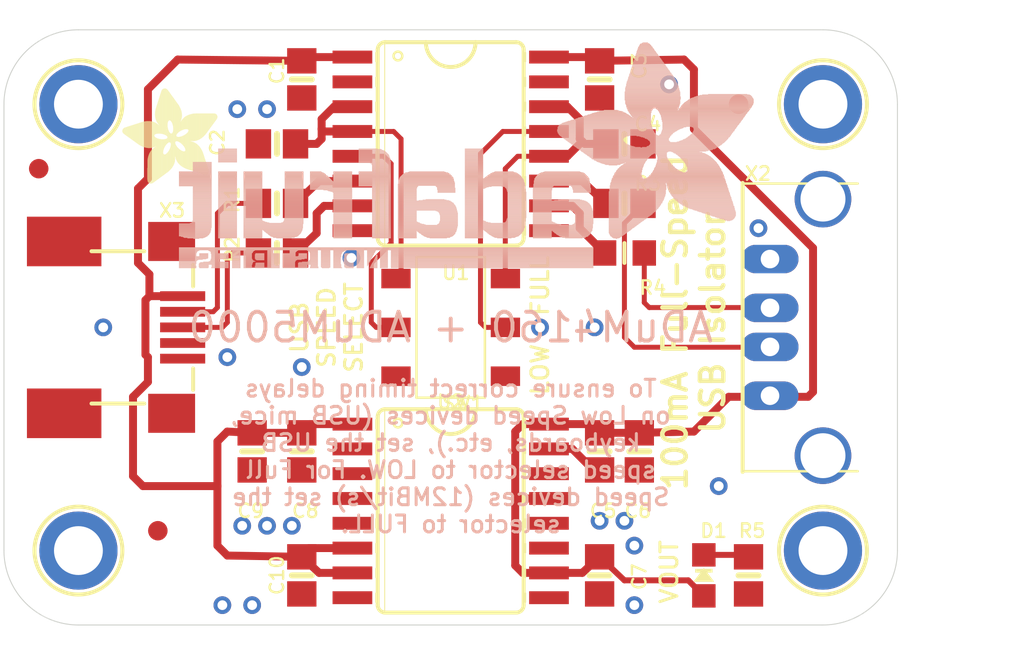
<source format=kicad_pcb>
(kicad_pcb (version 20211014) (generator pcbnew)
  (layers (0 "F.Cu" signal) (31 "B.Cu" signal) (34 "B.Paste" user) (35 "F.Paste" user) (36 "B.SilkS" user "B.Silkscreen") (37 "F.SilkS" user "F.Silkscreen") (38 "B.Mask" user) (39 "F.Mask" user) (44 "Edge.Cuts" user))
  (net 0 "")
  (net 1 "N$1")
  (net 2 "N$2")
  (net 3 "N$3")
  (net 4 "N$4")
  (net 5 "N$5")
  (net 6 "N$6")
  (net 7 "N$7")
  (net 8 "N$8")
  (net 9 "VDD1")
  (net 10 "GND")
  (net 11 "AGND")
  (net 12 "VDD2")
  (net 13 "VCC")
  (net 14 "AVCC")
  (net 15 "SPU")
  (net 16 "SPD")
  (net 17 "N$9")
  (footprint "boardEagle:ADAFRUIT_5MM" (layer "F.Cu") (at 136.5631 97.6376 90)
    (fp_text reference "U$14" hide)
    (fp_text value "" hide)
  )
  (footprint "boardEagle:MOUNTINGHOLE_2.5_PLATED_THICK" (layer "F.Cu") (at 129.4511 93.5736)
    (fp_text reference "U$9" hide)
    (fp_text value "MOUNTINGHOLE2.5_THICK" hide)
    (pad "P$1" thru_hole circle (at 0 0) (size 4 4) (drill 2.5) (layers *.Cu *.Mask))
  )
  (footprint "boardEagle:USB_HOST-PTH" (layer "F.Cu") (at 171.3611 105.0036 90)
    (fp_text reference "X2" (at 7.874 -7.874) (layer "F.SilkS") (effects (font (size 0.692831 0.692831) (thickness 0.119969)) (justify left)))
    (fp_text value "05241")
    (pad "D+" thru_hole oval (at 1 -6.52 180) (size 2.916 1.458) (drill 0.95) (layers *.Cu *.Mask) (net 6 "N$6"))
    (pad "D-" thru_hole oval (at -1 -6.52 180) (size 2.916 1.458) (drill 0.95) (layers *.Cu *.Mask) (net 7 "N$7"))
    (pad "GND" thru_hole oval (at 3.5 -6.52 180) (size 2.916 1.458) (drill 0.95) (layers *.Cu *.Mask) (net 11 "AGND"))
    (pad "S1" thru_hole circle (at -6.57 -3.81 90) (size 2.9 2.9) (drill 2.3) (layers *.Cu *.Mask))
    (pad "S2" thru_hole circle (at 6.57 -3.81 270) (size 2.9 2.9) (drill 2.3) (layers *.Cu *.Mask))
    (pad "VBUS" thru_hole oval (at -3.5 -6.52 180) (size 2.916 1.458) (drill 0.95) (layers *.Cu *.Mask) (net 14 "AVCC"))
  )
  (footprint "boardEagle:SOIC16WIDE" (layer "F.Cu") (at 148.5011 114.4016 -90)
    (fp_text reference "U2" (at -5.588 0.762) (layer "F.SilkS") (effects (font (size 0.692831 0.692831) (thickness 0.119969)) (justify left)))
    (fp_text value "ADuM5000")
    (pad "1" smd rect (at -4.445 5.0292 270) (size 0.6604 2.032) (layers "F.Cu" "F.Paste" "F.Mask") (net 13 "VCC"))
    (pad "2" smd rect (at -3.175 5.0292 270) (size 0.6604 2.032) (layers "F.Cu" "F.Paste" "F.Mask") (net 10 "GND"))
    (pad "3" smd rect (at -1.905 5.0292 270) (size 0.6604 2.032) (layers "F.Cu" "F.Paste" "F.Mask"))
    (pad "4" smd rect (at -0.635 5.0292 270) (size 0.6604 2.032) (layers "F.Cu" "F.Paste" "F.Mask"))
    (pad "5" smd rect (at 0.635 5.0292 270) (size 0.6604 2.032) (layers "F.Cu" "F.Paste" "F.Mask"))
    (pad "6" smd rect (at 1.905 5.0292 270) (size 0.6604 2.032) (layers "F.Cu" "F.Paste" "F.Mask") (net 13 "VCC"))
    (pad "7" smd rect (at 3.175 5.0292 270) (size 0.6604 2.032) (layers "F.Cu" "F.Paste" "F.Mask") (net 13 "VCC"))
    (pad "8" smd rect (at 4.445 5.0292 270) (size 0.6604 2.032) (layers "F.Cu" "F.Paste" "F.Mask") (net 10 "GND"))
    (pad "9" smd rect (at 4.445 -5.0292 270) (size 0.6604 2.032) (layers "F.Cu" "F.Paste" "F.Mask") (net 11 "AGND"))
    (pad "10" smd rect (at 3.175 -5.0292 270) (size 0.6604 2.032) (layers "F.Cu" "F.Paste" "F.Mask") (net 14 "AVCC"))
    (pad "11" smd rect (at 1.905 -5.0292 270) (size 0.6604 2.032) (layers "F.Cu" "F.Paste" "F.Mask"))
    (pad "12" smd rect (at 0.635 -5.0292 270) (size 0.6604 2.032) (layers "F.Cu" "F.Paste" "F.Mask"))
    (pad "13" smd rect (at -0.635 -5.0292 270) (size 0.6604 2.032) (layers "F.Cu" "F.Paste" "F.Mask") (net 14 "AVCC"))
    (pad "14" smd rect (at -1.905 -5.0292 270) (size 0.6604 2.032) (layers "F.Cu" "F.Paste" "F.Mask"))
    (pad "15" smd rect (at -3.175 -5.0292 270) (size 0.6604 2.032) (layers "F.Cu" "F.Paste" "F.Mask") (net 11 "AGND"))
    (pad "16" smd rect (at -4.445 -5.0292 270) (size 0.6604 2.032) (layers "F.Cu" "F.Paste" "F.Mask") (net 14 "AVCC"))
  )
  (footprint "boardEagle:FIDUCIAL_1MM" (layer "F.Cu") (at 127.4191 96.8756)
    (fp_text reference "FID3" hide)
    (fp_text value "FIDUCIAL\"\"" hide)
    (pad "1" smd roundrect (at 0 0) (size 1 1) (layers "F.Cu" "F.Mask") (roundrect_rratio 0.5))
  )
  (footprint "boardEagle:USB-MINIB_LARGER" (layer "F.Cu") (at 130.7211 105.0036 -90)
    (fp_text reference "X3" (at -5.985 -2.786) (layer "F.SilkS") (effects (font (size 0.692831 0.692831) (thickness 0.119969)) (justify left)))
    (fp_text value "06564")
    (pad "" np_thru_hole circle (at -2.2 -1 270) (size 1 1) (drill 1) (layers *.Cu *.Mask))
    (pad "" np_thru_hole circle (at 2.2 -1 270) (size 1 1) (drill 1) (layers *.Cu *.Mask))
    (pad "D+" smd rect (at 0 -4.064 90) (size 0.5 2.308) (layers "F.Cu" "F.Paste" "F.Mask") (net 1 "N$1"))
    (pad "D-" smd rect (at -0.8 -4.064 90) (size 0.5 2.308) (layers "F.Cu" "F.Paste" "F.Mask") (net 4 "N$4"))
    (pad "GND" smd rect (at 1.6 -4.064 90) (size 0.5 2.308) (layers "F.Cu" "F.Paste" "F.Mask") (net 10 "GND"))
    (pad "GND1" smd rect (at -4.4 2 270) (size 2.54 3.81) (layers "F.Cu" "F.Paste" "F.Mask") (net 10 "GND"))
    (pad "GND2" smd rect (at -4.4 -3.5 270) (size 2 2.4) (layers "F.Cu" "F.Paste" "F.Mask") (net 10 "GND"))
    (pad "GND3" smd rect (at 4.4 -3.5 270) (size 2 2.4) (layers "F.Cu" "F.Paste" "F.Mask") (net 10 "GND"))
    (pad "GND4" smd rect (at 4.4 2 270) (size 2.54 3.81) (layers "F.Cu" "F.Paste" "F.Mask") (net 10 "GND"))
    (pad "ID" smd rect (at 0.8 -4.064 90) (size 0.5 2.308) (layers "F.Cu" "F.Paste" "F.Mask"))
    (pad "VBUS" smd rect (at -1.6 -4.064 90) (size 0.5 2.308) (layers "F.Cu" "F.Paste" "F.Mask") (net 13 "VCC"))
  )
  (footprint "boardEagle:0805-NO" (layer "F.Cu") (at 140.8811 92.3036 -90)
    (fp_text reference "C1" (at 0.3175 1.27 90) (layer "F.SilkS") (effects (font (size 0.692831 0.692831) (thickness 0.119969)) (justify left)))
    (fp_text value "0.1uF")
    (pad "1" smd rect (at -0.95 0 270) (size 1.3 1.5) (layers "F.Cu" "F.Paste" "F.Mask") (net 13 "VCC"))
    (pad "2" smd rect (at 0.95 0 270) (size 1.3 1.5) (layers "F.Cu" "F.Paste" "F.Mask") (net 10 "GND"))
  )
  (footprint "boardEagle:0805-NO" (layer "F.Cu") (at 139.6111 98.6536)
    (fp_text reference "R1" (at -2.286 0.5715 90) (layer "F.SilkS") (effects (font (size 0.692831 0.692831) (thickness 0.119969)) (justify left)))
    (fp_text value "24")
    (pad "1" smd rect (at -0.95 0) (size 1.3 1.5) (layers "F.Cu" "F.Paste" "F.Mask") (net 4 "N$4"))
    (pad "2" smd rect (at 0.95 0) (size 1.3 1.5) (layers "F.Cu" "F.Paste" "F.Mask") (net 3 "N$3"))
  )
  (footprint "boardEagle:MOUNTINGHOLE_2.5_PLATED_THICK" (layer "F.Cu") (at 167.5511 116.4336)
    (fp_text reference "U$10" hide)
    (fp_text value "MOUNTINGHOLE2.5_THICK" hide)
    (pad "P$1" thru_hole circle (at 0 0) (size 4 4) (drill 2.5) (layers *.Cu *.Mask))
  )
  (footprint "boardEagle:0805-NO" (layer "F.Cu") (at 156.1211 117.7036 90)
    (fp_text reference "C7" (at -0.8255 2.032 90) (layer "F.SilkS") (effects (font (size 0.692831 0.692831) (thickness 0.119969)) (justify left)))
    (fp_text value "0.1uF")
    (pad "1" smd rect (at -0.95 0 90) (size 1.3 1.5) (layers "F.Cu" "F.Paste" "F.Mask") (net 11 "AGND"))
    (pad "2" smd rect (at 0.95 0 90) (size 1.3 1.5) (layers "F.Cu" "F.Paste" "F.Mask") (net 14 "AVCC"))
  )
  (footprint "boardEagle:CHIPLED_0805_NOOUTLINE" (layer "F.Cu") (at 161.4551 117.7036)
    (fp_text reference "D1" (at -0.254 -2.286) (layer "F.SilkS") (effects (font (size 0.692831 0.692831) (thickness 0.119969)) (justify left)))
    (fp_text value "GREEN")
    (pad "A" smd rect (at 0 1.05) (size 1.2 1.2) (layers "F.Cu" "F.Paste" "F.Mask") (net 14 "AVCC"))
    (pad "C" smd rect (at 0 -1.05) (size 1.2 1.2) (layers "F.Cu" "F.Paste" "F.Mask") (net 17 "N$9"))
  )
  (footprint "boardEagle:0805-NO" (layer "F.Cu") (at 156.1211 111.3536 -90)
    (fp_text reference "C5" (at 3.048 0.5715) (layer "F.SilkS") (effects (font (size 0.692831 0.692831) (thickness 0.119969)) (justify left)))
    (fp_text value "0.1uF")
    (pad "1" smd rect (at -0.95 0 270) (size 1.3 1.5) (layers "F.Cu" "F.Paste" "F.Mask") (net 14 "AVCC"))
    (pad "2" smd rect (at 0.95 0 270) (size 1.3 1.5) (layers "F.Cu" "F.Paste" "F.Mask") (net 11 "AGND"))
  )
  (footprint "boardEagle:0805-NO" (layer "F.Cu") (at 157.3911 95.6056 180)
    (fp_text reference "C4" (at -0.4445 1.016) (layer "F.SilkS") (effects (font (size 0.692831 0.692831) (thickness 0.119969)) (justify left)))
    (fp_text value "0.1uF")
    (pad "1" smd rect (at -0.95 0 180) (size 1.3 1.5) (layers "F.Cu" "F.Paste" "F.Mask") (net 11 "AGND"))
    (pad "2" smd rect (at 0.95 0 180) (size 1.3 1.5) (layers "F.Cu" "F.Paste" "F.Mask") (net 12 "VDD2"))
  )
  (footprint "boardEagle:FIDUCIAL_1MM" (layer "F.Cu") (at 163.2331 93.5736)
    (fp_text reference "FID2" hide)
    (fp_text value "FIDUCIAL\"\"" hide)
    (pad "1" smd roundrect (at 0 0) (size 1 1) (layers "F.Cu" "F.Mask") (roundrect_rratio 0.5))
  )
  (footprint "boardEagle:EG1390" (layer "F.Cu") (at 148.5011 105.0036 90)
    (fp_text reference "SW1" (at -3.886 1.764) (layer "F.SilkS") (effects (font (size 0.692831 0.692831) (thickness 0.119969)) (justify right)))
    (fp_text value "")
    (pad "" np_thru_hole circle (at 1.5 0 90) (size 1 1) (drill 1) (layers *.Cu *.Mask))
    (pad "" np_thru_hole circle (at -1.5 0 90) (size 1 1) (drill 1) (layers *.Cu *.Mask))
    (pad "O1" smd rect (at -2.5 -2.8 90) (size 1 1.5) (layers "F.Cu" "F.Paste" "F.Mask") (net 10 "GND"))
    (pad "O2" smd rect (at -2.5 2.8 90) (size 1 1.5) (layers "F.Cu" "F.Paste" "F.Mask") (net 11 "AGND"))
    (pad "P1" smd rect (at 0 -2.8 90) (size 1 1.5) (layers "F.Cu" "F.Paste" "F.Mask") (net 15 "SPU"))
    (pad "P2" smd rect (at 0 2.8 90) (size 1 1.5) (layers "F.Cu" "F.Paste" "F.Mask") (net 16 "SPD"))
    (pad "S1" smd rect (at 2.5 -2.8 90) (size 1 1.5) (layers "F.Cu" "F.Paste" "F.Mask") (net 9 "VDD1"))
    (pad "S2" smd rect (at 2.5 2.8 90) (size 1 1.5) (layers "F.Cu" "F.Paste" "F.Mask") (net 12 "VDD2"))
  )
  (footprint "boardEagle:SOIC16WIDE" (layer "F.Cu") (at 148.5011 95.6056 -90)
    (fp_text reference "U1" (at 6.604 0.508) (layer "F.SilkS") (effects (font (size 0.692831 0.692831) (thickness 0.119969)) (justify left)))
    (fp_text value "ADuM4160")
    (pad "1" smd rect (at -4.445 5.0292 270) (size 0.6604 2.032) (layers "F.Cu" "F.Paste" "F.Mask") (net 13 "VCC"))
    (pad "2" smd rect (at -3.175 5.0292 270) (size 0.6604 2.032) (layers "F.Cu" "F.Paste" "F.Mask") (net 10 "GND"))
    (pad "3" smd rect (at -1.905 5.0292 270) (size 0.6604 2.032) (layers "F.Cu" "F.Paste" "F.Mask") (net 9 "VDD1"))
    (pad "4" smd rect (at -0.635 5.0292 270) (size 0.6604 2.032) (layers "F.Cu" "F.Paste" "F.Mask") (net 9 "VDD1"))
    (pad "5" smd rect (at 0.635 5.0292 270) (size 0.6604 2.032) (layers "F.Cu" "F.Paste" "F.Mask") (net 15 "SPU"))
    (pad "6" smd rect (at 1.905 5.0292 270) (size 0.6604 2.032) (layers "F.Cu" "F.Paste" "F.Mask") (net 3 "N$3"))
    (pad "7" smd rect (at 3.175 5.0292 270) (size 0.6604 2.032) (layers "F.Cu" "F.Paste" "F.Mask") (net 2 "N$2"))
    (pad "8" smd rect (at 4.445 5.0292 270) (size 0.6604 2.032) (layers "F.Cu" "F.Paste" "F.Mask") (net 10 "GND"))
    (pad "9" smd rect (at 4.445 -5.0292 270) (size 0.6604 2.032) (layers "F.Cu" "F.Paste" "F.Mask") (net 11 "AGND"))
    (pad "10" smd rect (at 3.175 -5.0292 270) (size 0.6604 2.032) (layers "F.Cu" "F.Paste" "F.Mask") (net 5 "N$5"))
    (pad "11" smd rect (at 1.905 -5.0292 270) (size 0.6604 2.032) (layers "F.Cu" "F.Paste" "F.Mask") (net 8 "N$8"))
    (pad "12" smd rect (at 0.635 -5.0292 270) (size 0.6604 2.032) (layers "F.Cu" "F.Paste" "F.Mask") (net 12 "VDD2"))
    (pad "13" smd rect (at -0.635 -5.0292 270) (size 0.6604 2.032) (layers "F.Cu" "F.Paste" "F.Mask") (net 16 "SPD"))
    (pad "14" smd rect (at -1.905 -5.0292 270) (size 0.6604 2.032) (layers "F.Cu" "F.Paste" "F.Mask") (net 12 "VDD2"))
    (pad "15" smd rect (at -3.175 -5.0292 270) (size 0.6604 2.032) (layers "F.Cu" "F.Paste" "F.Mask") (net 11 "AGND"))
    (pad "16" smd rect (at -4.445 -5.0292 270) (size 0.6604 2.032) (layers "F.Cu" "F.Paste" "F.Mask") (net 14 "AVCC"))
  )
  (footprint "boardEagle:MOUNTINGHOLE_2.5_PLATED_THICK" (layer "F.Cu") (at 129.4511 116.4336)
    (fp_text reference "U$8" hide)
    (fp_text value "MOUNTINGHOLE2.5_THICK" hide)
    (pad "P$1" thru_hole circle (at 0 0) (size 4 4) (drill 2.5) (layers *.Cu *.Mask))
  )
  (footprint "boardEagle:0805-NO" (layer "F.Cu") (at 138.3411 111.3536 -90)
    (fp_text reference "C9" (at 3.048 0.8255) (layer "F.SilkS") (effects (font (size 0.692831 0.692831) (thickness 0.119969)) (justify left)))
    (fp_text value "10uF")
    (pad "1" smd rect (at -0.95 0 270) (size 1.3 1.5) (layers "F.Cu" "F.Paste" "F.Mask") (net 13 "VCC"))
    (pad "2" smd rect (at 0.95 0 270) (size 1.3 1.5) (layers "F.Cu" "F.Paste" "F.Mask") (net 10 "GND"))
  )
  (footprint "boardEagle:0805-NO" (layer "F.Cu") (at 156.1211 92.3036 90)
    (fp_text reference "C3" (at -0.0635 2.032 90) (layer "F.SilkS") (effects (font (size 0.692831 0.692831) (thickness 0.119969)) (justify left)))
    (fp_text value "0.1uF")
    (pad "1" smd rect (at -0.95 0 90) (size 1.3 1.5) (layers "F.Cu" "F.Paste" "F.Mask") (net 11 "AGND"))
    (pad "2" smd rect (at 0.95 0 90) (size 1.3 1.5) (layers "F.Cu" "F.Paste" "F.Mask") (net 14 "AVCC"))
  )
  (footprint "boardEagle:0805-NO" (layer "F.Cu") (at 157.3911 98.6536)
    (fp_text reference "R3" (at 0.4445 -1.016) (layer "F.SilkS") (effects (font (size 0.692831 0.692831) (thickness 0.119969)) (justify left)))
    (fp_text value "24")
    (pad "1" smd rect (at -0.95 0) (size 1.3 1.5) (layers "F.Cu" "F.Paste" "F.Mask") (net 8 "N$8"))
    (pad "2" smd rect (at 0.95 0) (size 1.3 1.5) (layers "F.Cu" "F.Paste" "F.Mask") (net 7 "N$7"))
  )
  (footprint "boardEagle:_0805MP" (layer "F.Cu") (at 157.3911 101.1936)
    (fp_text reference "R4" (at 0.6985 1.778) (layer "F.SilkS") (effects (font (size 0.692831 0.692831) (thickness 0.119969)) (justify left)))
    (fp_text value "24")
    (pad "1" smd rect (at -1.016 0) (size 1.2 1.3) (layers "F.Cu" "F.Paste" "F.Mask") (net 5 "N$5"))
    (pad "2" smd rect (at 1.016 0) (size 1.2 1.3) (layers "F.Cu" "F.Paste" "F.Mask") (net 6 "N$6"))
  )
  (footprint "boardEagle:0805-NO" (layer "F.Cu") (at 140.8811 111.3536 -90)
    (fp_text reference "C8" (at 3.048 0.5715) (layer "F.SilkS") (effects (font (size 0.692831 0.692831) (thickness 0.119969)) (justify left)))
    (fp_text value "0.1uF")
    (pad "1" smd rect (at -0.95 0 270) (size 1.3 1.5) (layers "F.Cu" "F.Paste" "F.Mask") (net 13 "VCC"))
    (pad "2" smd rect (at 0.95 0 270) (size 1.3 1.5) (layers "F.Cu" "F.Paste" "F.Mask") (net 10 "GND"))
  )
  (footprint "boardEagle:FIDUCIAL_1MM" (layer "F.Cu") (at 133.5151 115.4176)
    (fp_text reference "FID1" hide)
    (fp_text value "FIDUCIAL\"\"" hide)
    (pad "1" smd roundrect (at 0 0) (size 1 1) (layers "F.Cu" "F.Mask") (roundrect_rratio 0.5))
  )
  (footprint "boardEagle:MOUNTINGHOLE_2.5_PLATED_THICK" (layer "F.Cu") (at 167.5511 93.5736)
    (fp_text reference "U$7" hide)
    (fp_text value "MOUNTINGHOLE2.5_THICK" hide)
    (pad "P$1" thru_hole circle (at 0 0) (size 4 4) (drill 2.5) (layers *.Cu *.Mask))
  )
  (footprint "boardEagle:0805-NO" (layer "F.Cu") (at 139.6111 95.6056 180)
    (fp_text reference "C2" (at 3.048 0.8255 90) (layer "F.SilkS") (effects (font (size 0.692831 0.692831) (thickness 0.119969)) (justify right)))
    (fp_text value "0.1uF")
    (pad "1" smd rect (at -0.95 0 180) (size 1.3 1.5) (layers "F.Cu" "F.Paste" "F.Mask") (net 9 "VDD1"))
    (pad "2" smd rect (at 0.95 0 180) (size 1.3 1.5) (layers "F.Cu" "F.Paste" "F.Mask") (net 10 "GND"))
  )
  (footprint "boardEagle:0805-NO" (layer "F.Cu") (at 163.7411 117.7036 -90)
    (fp_text reference "R5" (at -2.286 0.5715) (layer "F.SilkS") (effects (font (size 0.692831 0.692831) (thickness 0.119969)) (justify left)))
    (fp_text value "1K")
    (pad "1" smd rect (at -0.95 0 270) (size 1.3 1.5) (layers "F.Cu" "F.Paste" "F.Mask") (net 17 "N$9"))
    (pad "2" smd rect (at 0.95 0 270) (size 1.3 1.5) (layers "F.Cu" "F.Paste" "F.Mask") (net 11 "AGND"))
  )
  (footprint "boardEagle:0805-NO" (layer "F.Cu") (at 158.1531 111.3536 -90)
    (fp_text reference "C6" (at 3.048 0.8255) (layer "F.SilkS") (effects (font (size 0.692831 0.692831) (thickness 0.119969)) (justify left)))
    (fp_text value "10uF")
    (pad "1" smd rect (at -0.95 0 270) (size 1.3 1.5) (layers "F.Cu" "F.Paste" "F.Mask") (net 14 "AVCC"))
    (pad "2" smd rect (at 0.95 0 270) (size 1.3 1.5) (layers "F.Cu" "F.Paste" "F.Mask") (net 11 "AGND"))
  )
  (footprint "boardEagle:0805-NO" (layer "F.Cu") (at 139.6111 101.1936)
    (fp_text reference "R2" (at -2.286 0.5715 90) (layer "F.SilkS") (effects (font (size 0.692831 0.692831) (thickness 0.119969)) (justify left)))
    (fp_text value "24")
    (pad "1" smd rect (at -0.95 0) (size 1.3 1.5) (layers "F.Cu" "F.Paste" "F.Mask") (net 1 "N$1"))
    (pad "2" smd rect (at 0.95 0) (size 1.3 1.5) (layers "F.Cu" "F.Paste" "F.Mask") (net 2 "N$2"))
  )
  (footprint "boardEagle:0805-NO" (layer "F.Cu") (at 140.8811 117.7036 90)
    (fp_text reference "C10" (at -1.0795 -1.27 90) (layer "F.SilkS") (effects (font (size 0.692831 0.692831) (thickness 0.119969)) (justify left)))
    (fp_text value "0.1uF")
    (pad "1" smd rect (at -0.95 0 90) (size 1.3 1.5) (layers "F.Cu" "F.Paste" "F.Mask") (net 10 "GND"))
    (pad "2" smd rect (at 0.95 0 90) (size 1.3 1.5) (layers "F.Cu" "F.Paste" "F.Mask") (net 13 "VCC"))
  )
  (footprint "boardEagle:ADAFRUIT_TEXT_30MM" (layer "B.Cu") (at 164.2491 101.9556 180)
    (fp_text reference "U$16" hide)
    (fp_text value "" hide)
  )
  (gr_arc (start 167.5511 89.7636) (mid 170.245177 90.879523) (end 171.3611 93.5736) (layer "Edge.Cuts") (width 0.05))
  (gr_line (start 171.3611 116.4336) (end 171.3611 93.5736) (layer "Edge.Cuts") (width 0.05))
  (gr_arc (start 129.4511 120.2436) (mid 126.757023 119.127677) (end 125.6411 116.4336) (layer "Edge.Cuts") (width 0.05))
  (gr_arc (start 171.3611 116.4336) (mid 170.245177 119.127677) (end 167.5511 120.2436) (layer "Edge.Cuts") (width 0.05))
  (gr_line (start 129.4511 120.2436) (end 167.5511 120.2436) (layer "Edge.Cuts") (width 0.05))
  (gr_line (start 167.5511 89.7636) (end 129.4511 89.7636) (layer "Edge.Cuts") (width 0.05))
  (gr_line (start 125.6411 93.5736) (end 125.6411 116.4336) (layer "Edge.Cuts") (width 0.05))
  (gr_arc (start 125.6411 93.5736) (mid 126.757023 90.879523) (end 129.4511 89.7636) (layer "Edge.Cuts") (width 0.05))
  (gr_text "To ensure correct timing delays\non Low Speed devices (USB mice,\nkeyboards, etc.), set the USB\nspeed selector to LOW. For Full\nSpeed devices (12MBit/s) set the\nselector to FULL." (at 148.5011 111.6076) (layer "B.SilkS") (effects (font (size 0.8636 0.8636) (thickness 0.1524)) (justify mirror)))
  (gr_text "ADuM4160 + ADuM5000" (at 148.5011 105.0036) (layer "B.SilkS") (effects (font (size 1.475232 1.475232) (thickness 0.201168)) (justify mirror)))
  (gr_text "FULL" (at 153.5811 104.4956 90) (layer "F.SilkS") (effects (font (size 0.8636 0.8636) (thickness 0.1524)) (justify left bottom)))
  (gr_text "USB\nSPEED\nSELECT" (at 142.1511 105.0036 90) (layer "F.SilkS") (effects (font (size 0.8636 0.8636) (thickness 0.1524))))
  (gr_text "100mA Full-Speed\nUSB Isolator" (at 160.9471 104.7496 90) (layer "F.SilkS") (effects (font (size 1.194816 1.194816) (thickness 0.227584))))
  (gr_text "LOW" (at 153.5811 108.5596 90) (layer "F.SilkS") (effects (font (size 0.8636 0.8636) (thickness 0.1524)) (justify left bottom)))
  (gr_text "VOUT" (at 160.1851 119.2276 90) (layer "F.SilkS") (effects (font (size 0.8636 0.8636) (thickness 0.1524)) (justify left bottom)))
  (segment (start 137.3251 101.1936) (end 138.6611 101.1936) (width 0.254) (layer "F.Cu") (net 1))
  (segment (start 136.8171 105.0036) (end 137.0711 104.7496) (width 0.254) (layer "F.Cu") (net 1))
  (segment (start 137.0711 101.4476) (end 137.3251 101.1936) (width 0.254) (layer "F.Cu") (net 1))
  (segment (start 134.7851 105.0036) (end 136.8171 105.0036) (width 0.254) (layer "F.Cu") (net 1))
  (segment (start 137.0711 104.7496) (end 137.0711 101.4476) (width 0.254) (layer "F.Cu") (net 1))
  (segment (start 142.0241 98.7806) (end 141.6431 99.1616) (width 0.4064) (layer "F.Cu") (net 2))
  (segment (start 143.4719 98.7806) (end 142.0241 98.7806) (width 0.4064) (layer "F.Cu") (net 2))
  (segment (start 141.6431 99.1616) (end 141.6431 100.1776) (width 0.4064) (layer "F.Cu") (net 2))
  (segment (start 141.6431 100.1776) (end 140.5611 101.1936) (width 0.4064) (layer "F.Cu") (net 2))
  (segment (start 141.7701 97.5106) (end 140.5611 98.6536) (width 0.4064) (layer "F.Cu") (net 3))
  (segment (start 143.4719 97.5106) (end 141.7701 97.5106) (width 0.4064) (layer "F.Cu") (net 3))
  (segment (start 134.7851 104.2036) (end 136.3471 104.2036) (width 0.254) (layer "F.Cu") (net 4))
  (segment (start 136.5631 99.1616) (end 137.0711 98.6536) (width 0.254) (layer "F.Cu") (net 4))
  (segment (start 136.3471 104.2036) (end 136.5631 103.9876) (width 0.254) (layer "F.Cu") (net 4))
  (segment (start 137.0711 98.6536) (end 138.6611 98.6536) (width 0.254) (layer "F.Cu") (net 4))
  (segment (start 136.5631 103.9876) (end 136.5631 99.1616) (width 0.254) (layer "F.Cu") (net 4))
  (segment (start 153.5303 98.7806) (end 154.7241 98.7806) (width 0.4064) (layer "F.Cu") (net 5))
  (segment (start 155.1051 99.9236) (end 156.3751 101.1936) (width 0.4064) (layer "F.Cu") (net 5))
  (segment (start 155.1051 99.1616) (end 155.1051 99.9236) (width 0.4064) (layer "F.Cu") (net 5))
  (segment (start 154.7241 98.7806) (end 155.1051 99.1616) (width 0.4064) (layer "F.Cu") (net 5))
  (segment (start 158.6611 103.9876) (end 164.8251 103.9876) (width 0.254) (layer "F.Cu") (net 6))
  (segment (start 158.4071 103.7336) (end 158.6611 103.9876) (width 0.254) (layer "F.Cu") (net 6))
  (segment (start 158.4071 101.1936) (end 158.4071 103.7336) (width 0.254) (layer "F.Cu") (net 6))
  (segment (start 164.8251 103.9876) (end 164.8411 104.0036) (width 0.254) (layer "F.Cu") (net 6))
  (segment (start 164.8251 106.0196) (end 164.8411 106.0036) (width 0.254) (layer "F.Cu") (net 7))
  (segment (start 157.3911 99.6696) (end 157.3911 105.5116) (width 0.254) (layer "F.Cu") (net 7))
  (segment (start 157.3911 105.5116) (end 157.8991 106.0196) (width 0.254) (layer "F.Cu") (net 7))
  (segment (start 157.6451 99.4156) (end 157.3911 99.6696) (width 0.254) (layer "F.Cu") (net 7))
  (segment (start 158.3411 98.6536) (end 157.6451 99.4156) (width 0.254) (layer "F.Cu") (net 7))
  (segment (start 157.8991 106.0196) (end 164.8251 106.0196) (width 0.254) (layer "F.Cu") (net 7))
  (segment (start 155.2321 97.5106) (end 156.4411 98.6536) (width 0.4064) (layer "F.Cu") (net 8))
  (segment (start 153.5303 97.5106) (end 155.2321 97.5106) (width 0.4064) (layer "F.Cu") (net 8))
  (segment (start 142.0241 94.9706) (end 141.8971 94.8436) (width 0.4064) (layer "F.Cu") (net 9))
  (segment (start 141.8971 94.3356) (end 141.8971 94.8436) (width 0.4064) (layer "F.Cu") (net 9))
  (segment (start 141.8971 94.8436) (end 141.8971 95.3516) (width 0.4064) (layer "F.Cu") (net 9))
  (segment (start 145.9611 102.2436) (end 145.7011 102.5036) (width 0.254) (layer "F.Cu") (net 9))
  (segment (start 143.4719 94.9706) (end 145.5801 94.9706) (width 0.254) (layer "F.Cu") (net 9))
  (segment (start 141.8971 95.3516) (end 141.6431 95.6056) (width 0.4064) (layer "F.Cu") (net 9))
  (segment (start 143.4719 93.7006) (end 142.5321 93.7006) (width 0.4064) (layer "F.Cu") (net 9))
  (segment (start 145.5801 94.9706) (end 145.9611 95.3516) (width 0.254) (layer "F.Cu") (net 9))
  (segment (start 145.9611 95.3516) (end 145.9611 102.2436) (width 0.254) (layer "F.Cu") (net 9))
  (segment (start 141.6431 95.6056) (end 140.5611 95.6056) (width 0.4064) (layer "F.Cu") (net 9))
  (segment (start 143.4719 94.9706) (end 142.0241 94.9706) (width 0.4064) (layer "F.Cu") (net 9))
  (segment (start 142.5321 93.7006) (end 141.8971 94.3356) (width 0.4064) (layer "F.Cu") (net 9))
  (segment (start 143.4719 100.0506) (end 142.7861 100.0506) (width 0.4064) (layer "F.Cu") (net 10))
  (via (at 137.0711 106.5276) (size 0.9064) (drill 0.5) (layers "F.Cu" "B.Cu") (net 10))
  (via (at 137.5791 93.8276) (size 0.9064) (drill 0.5) (layers "F.Cu" "B.Cu") (net 10))
  (via (at 143.4211 101.4476) (size 0.9064) (drill 0.5) (layers "F.Cu" "B.Cu") (net 10))
  (via (at 136.8171 119.2276) (size 0.9064) (drill 0.5) (layers "F.Cu" "B.Cu") (net 10))
  (via (at 139.1031 93.8276) (size 0.9064) (drill 0.5) (layers "F.Cu" "B.Cu") (net 10))
  (via (at 140.8811 107.0356) (size 0.9064) (drill 0.5) (layers "F.Cu" "B.Cu") (net 10))
  (via (at 138.3411 119.2276) (size 0.9064) (drill 0.5) (layers "F.Cu" "B.Cu") (net 10))
  (via (at 130.7211 105.0036) (size 0.9064) (drill 0.5) (layers "F.Cu" "B.Cu") (net 10))
  (via (at 140.3731 115.1636) (size 0.9064) (drill 0.5) (layers "F.Cu" "B.Cu") (net 10))
  (via (at 137.8331 115.1636) (size 0.9064) (drill 0.5) (layers "F.Cu" "B.Cu") (net 10))
  (via (at 139.1031 115.1636) (size 0.9064) (drill 0.5) (layers "F.Cu" "B.Cu") (net 10))
  (segment (start 153.5303 111.2266) (end 154.7241 111.2266) (width 0.4064) (layer "F.Cu") (net 11))
  (segment (start 155.8011 112.3036) (end 156.1211 112.3036) (width 0.4064) (layer "F.Cu") (net 11))
  (segment (start 154.7241 111.2266) (end 155.8011 112.3036) (width 0.4064) (layer "F.Cu") (net 11))
  (via (at 156.1211 114.9096) (size 0.9064) (drill 0.5) (layers "F.Cu" "B.Cu") (net 11))
  (via (at 153.0731 105.0036) (size 0.9064) (drill 0.5) (layers "F.Cu" "B.Cu") (net 11))
  (via (at 162.2171 113.1316) (size 0.9064) (drill 0.5) (layers "F.Cu" "B.Cu") (net 11))
  (via (at 157.3911 114.9096) (size 0.9064) (drill 0.5) (layers "F.Cu" "B.Cu") (net 11))
  (via (at 157.8991 119.2276) (size 0.9064) (drill 0.5) (layers "F.Cu" "B.Cu") (net 11))
  (via (at 159.6771 92.5576) (size 0.9064) (drill 0.5) (layers "F.Cu" "B.Cu") (net 11))
  (via (at 157.8991 116.1796) (size 0.9064) (drill 0.5) (layers "F.Cu" "B.Cu") (net 11))
  (via (at 164.2491 99.9236) (size 0.9064) (drill 0.5) (layers "F.Cu" "B.Cu") (net 11))
  (via (at 155.8671 105.0036) (size 0.9064) (drill 0.5) (layers "F.Cu" "B.Cu") (net 11))
  (segment (start 151.2951 96.8756) (end 151.2951 102.4976) (width 0.254) (layer "F.Cu") (net 12))
  (segment (start 155.2321 95.4786) (end 155.3591 95.6056) (width 0.4064) (layer "F.Cu") (net 12))
  (segment (start 151.9301 96.2406) (end 151.2951 96.8756) (width 0.254) (layer "F.Cu") (net 12))
  (segment (start 155.3591 95.6056) (end 156.4411 95.6056) (width 0.4064) (layer "F.Cu") (net 12))
  (segment (start 151.2951 102.4976) (end 151.3011 102.5036) (width 0.254) (layer "F.Cu") (net 12))
  (segment (start 155.1051 95.3516) (end 155.2321 95.4786) (width 0.4064) (layer "F.Cu") (net 12))
  (segment (start 153.5303 93.7006) (end 154.4701 93.7006) (width 0.4064) (layer "F.Cu") (net 12))
  (segment (start 155.1051 94.3356) (end 155.1051 95.3516) (width 0.4064) (layer "F.Cu") (net 12))
  (segment (start 155.9941 95.4786) (end 156.4411 95.6056) (width 0.254) (layer "F.Cu") (net 12))
  (segment (start 153.5303 96.2406) (end 154.4701 96.2406) (width 0.4064) (layer "F.Cu") (net 12))
  (segment (start 153.5303 96.2406) (end 151.9301 96.2406) (width 0.254) (layer "F.Cu") (net 12))
  (segment (start 154.4701 93.7006) (end 155.1051 94.3356) (width 0.4064) (layer "F.Cu") (net 12))
  (segment (start 154.4701 96.2406) (end 155.2321 95.4786) (width 0.4064) (layer "F.Cu") (net 12))
  (segment (start 137.0711 110.3376) (end 138.3411 110.4036) (width 0.4064) (layer "F.Cu") (net 13))
  (segment (start 133.0071 97.3836) (end 132.4991 97.8916) (width 0.4064) (layer "F.Cu") (net 13))
  (segment (start 143.4719 116.3066) (end 141.2621 116.3066) (width 0.4064) (layer "F.Cu") (net 13))
  (segment (start 140.8811 91.3536) (end 134.5311 91.2876) (width 0.4064) (layer "F.Cu") (net 13))
  (segment (start 136.5631 116.1796) (end 136.5631 113.1316) (width 0.4064) (layer "F.Cu") (net 13))
  (segment (start 133.0831 103.4036) (end 132.8801 103.6066) (width 0.4064) (layer "F.Cu") (net 13))
  (segment (start 141.2621 109.9566) (end 140.8811 110.4036) (width 0.4064) (layer "F.Cu") (net 13))
  (segment (start 141.7701 117.5766) (end 140.8811 116.7536) (width 0.4064) (layer "F.Cu") (net 13))
  (segment (start 134.5311 91.2876) (end 133.0071 92.8116) (width 0.4064) (layer "F.Cu") (net 13))
  (segment (start 136.5631 110.8456) (end 137.0711 110.3376) (width 0.4064) (layer "F.Cu") (net 13))
  (segment (start 132.7531 113.1316) (end 132.2451 112.6236) (width 0.4064) (layer "F.Cu") (net 13))
  (segment (start 132.8801 106.4006) (end 132.8801 103.6066) (width 0.4064) (layer "F.Cu") (net 13))
  (segment (start 133.0831 102.2856) (end 133.0831 103.4036) (width 0.4064) (layer "F.Cu") (net 13))
  (segment (start 133.0071 107.7976) (end 133.0071 106.5276) (width 0.4064) (layer "F.Cu") (net 13))
  (segment (start 143.4719 117.5766) (end 141.7701 117.5766) (width 0.4064) (layer "F.Cu") (net 13))
  (segment (start 134.7851 103.4036) (end 133.0831 103.4036) (width 0.4064) (layer "F.Cu") (net 13))
  (segment (start 133.0071 92.8116) (end 133.0071 97.3836) (width 0.4064) (layer "F.Cu") (net 13))
  (segment (start 141.0081 91.1606) (end 140.8811 91.3536) (width 0.4064) (layer "F.Cu") (net 13))
  (segment (start 132.4991 97.8916) (end 132.4991 101.7016) (width 0.4064) (layer "F.Cu") (net 13))
  (segment (start 133.0071 106.5276) (end 132.8801 106.4006) (width 0.4064) (layer "F.Cu") (net 13))
  (segment (start 141.2621 116.3066) (end 140.8811 116.7536) (width 0.4064) (layer "F.Cu") (net 13))
  (segment (start 132.2451 112.6236) (end 132.2451 108.5596) (width 0.4064) (layer "F.Cu") (net 13))
  (segment (start 137.0711 116.6876) (end 136.5631 116.1796) (width 0.4064) (layer "F.Cu") (net 13))
  (segment (start 143.4719 109.9566) (end 141.2621 109.9566) (width 0.4064) (layer "F.Cu") (net 13))
  (segment (start 132.7531 113.1316) (end 136.5631 113.1316) (width 0.4064) (layer "F.Cu") (net 13))
  (segment (start 140.8811 116.7536) (end 137.0711 116.6876) (width 0.4064) (layer "F.Cu") (net 13))
  (segment (start 143.4719 91.1606) (end 141.0081 91.1606) (width 0.4064) (layer "F.Cu") (net 13))
  (segment (start 132.2451 108.5596) (end 133.0071 107.7976) (width 0.4064) (layer "F.Cu") (net 13))
  (segment (start 138.3411 110.4036) (end 140.8811 110.4036) (width 0.4064) (layer "F.Cu") (net 13))
  (segment (start 136.5631 113.1316) (end 136.5631 110.8456) (width 0.4064) (layer "F.Cu") (net 13))
  (segment (start 132.4991 101.7016) (end 133.0831 102.2856) (width 0.4064) (layer "F.Cu") (net 13))
  (segment (start 151.8031 110.3376) (end 152.1841 109.9566) (width 0.4064) (layer "F.Cu") (net 14))
  (segment (start 156.1211 116.7536) (end 157.3911 117.9576) (width 0.3048) (layer "F.Cu") (net 14))
  (segment (start 151.8031 117.1956) (end 151.8031 113.6396) (width 0.4064) (layer "F.Cu") (net 14))
  (segment (start 153.5303 117.5766) (end 152.1841 117.5766) (width 0.4064) (layer "F.Cu") (net 14))
  (segment (start 151.9301 113.7666) (end 151.8031 113.6396) (width 0.4064) (layer "F.Cu") (net 14))
  (segment (start 156.1211 91.3536) (end 160.4391 91.2876) (width 0.4064) (layer "F.Cu") (net 14))
  (segment (start 160.6591 117.9576) (end 161.4551 118.7536) (width 0.3048) (layer "F.Cu") (net 14))
  (segment (start 153.5303 109.9566) (end 152.1841 109.9566) (width 0.4064) (layer "F.Cu") (net 14))
  (segment (start 155.2321 117.5766) (end 156.1211 116.7536) (width 0.4064) (layer "F.Cu") (net 14))
  (segment (start 155.7401 109.9566) (end 156.1211 110.4036) (width 0.4064) (layer "F.Cu") (net 14))
  (segment (start 158.1531 110.4036) (end 160.9471 110.3376) (width 0.4064) (layer "F.Cu") (net 14))
  (segment (start 153.5303 109.9566) (end 155.7401 109.9566) (width 0.4064) (layer "F.Cu") (net 14))
  (segment (start 157.3911 117.9576) (end 160.6591 117.9576) (width 0.3048) (layer "F.Cu") (net 14))
  (segment (start 164.8971 108.5596) (end 164.8411 108.5036) (width 0.4064) (layer "F.Cu") (net 14))
  (segment (start 160.4391 91.2876) (end 160.9471 91.7956) (width 0.4064) (layer "F.Cu") (net 14))
  (segment (start 162.7251 108.5596) (end 164.7851 108.5596) (width 0.4064) (layer "F.Cu") (net 14))
  (segment (start 160.9471 94.8436) (end 167.0431 100.9396) (width 0.4064) (layer "F.Cu") (net 14))
  (segment (start 160.9471 110.3376) (end 162.7251 108.5596) (width 0.4064) (layer "F.Cu") (net 14))
  (segment (start 151.8031 113.6396) (end 151.8031 110.3376) (width 0.4064) (layer "F.Cu") (net 14))
  (segment (start 164.7851 108.5596) (end 164.8411 108.5036) (width 0.4064) (layer "F.Cu") (net 14))
  (segment (start 167.0431 108.3056) (end 166.7891 108.5596) (width 0.4064) (layer "F.Cu") (net 14))
  (segment (start 153.5303 113.7666) (end 151.9301 113.7666) (width 0.4064) (layer "F.Cu") (net 14))
  (segment (start 156.1211 110.4036) (end 158.1531 110.4036) (width 0.4064) (layer "F.Cu") (net 14))
  (segment (start 153.5303 91.1606) (end 155.9941 91.1606) (width 0.4064) (layer "F.Cu") (net 14))
  (segment (start 167.0431 100.9396) (end 167.0431 108.3056) (width 0.4064) (layer "F.Cu") (net 14))
  (segment (start 153.5303 117.5766) (end 155.2321 117.5766) (width 0.4064) (layer "F.Cu") (net 14))
  (segment (start 155.9941 91.1606) (end 156.1211 91.3536) (width 0.4064) (layer "F.Cu") (net 14))
  (segment (start 152.1841 117.5766) (end 151.8031 117.1956) (width 0.4064) (layer "F.Cu") (net 14))
  (segment (start 166.7891 108.5596) (end 164.8971 108.5596) (width 0.4064) (layer "F.Cu") (net 14))
  (segment (start 160.9471 91.7956) (end 160.9471 94.8436) (width 0.4064) (layer "F.Cu") (net 14))
  (segment (start 144.4371 101.7016) (end 144.4371 104.7496) (width 0.254) (layer "F.Cu") (net 15))
  (segment (start 143.4719 96.2406) (end 145.0721 96.2406) (width 0.254) (layer "F.Cu") (net 15))
  (segment (start 145.0721 96.2406) (end 145.4531 96.6216) (width 0.254) (layer "F.Cu") (net 15))
  (segment (start 144.4371 104.7496) (end 144.6911 105.0036) (width 0.254) (layer "F.Cu") (net 15))
  (segment (start 145.4531 100.6856) (end 144.4371 101.7016) (width 0.254) (layer "F.Cu") (net 15))
  (segment (start 145.4531 96.6216) (end 145.4531 100.6856) (width 0.254) (layer "F.Cu") (net 15))
  (segment (start 144.6911 105.0036) (end 145.7011 105.0036) (width 0.254) (layer "F.Cu") (net 15))
  (segment (start 153.5303 94.9706) (end 151.1681 94.9706) (width 0.254) (layer "F.Cu") (net 16))
  (segment (start 151.1681 94.9706) (end 150.0251 96.1136) (width 0.254) (layer "F.Cu") (net 16))
  (segment (start 150.0251 104.7496) (end 150.2791 105.0036) (width 0.254) (layer "F.Cu") (net 16))
  (segment (start 150.2791 105.0036) (end 151.3011 105.0036) (width 0.254) (layer "F.Cu") (net 16))
  (segment (start 150.0251 96.1136) (end 150.0251 104.7496) (width 0.254) (layer "F.Cu") (net 16))
  (segment (start 163.7071 116.6536) (end 163.7411 116.7536) (width 0.3048) (layer "F.Cu") (net 17))
  (segment (start 161.4551 116.6536) (end 163.7071 116.6536) (width 0.3048) (layer "F.Cu") (net 17))
)
</source>
